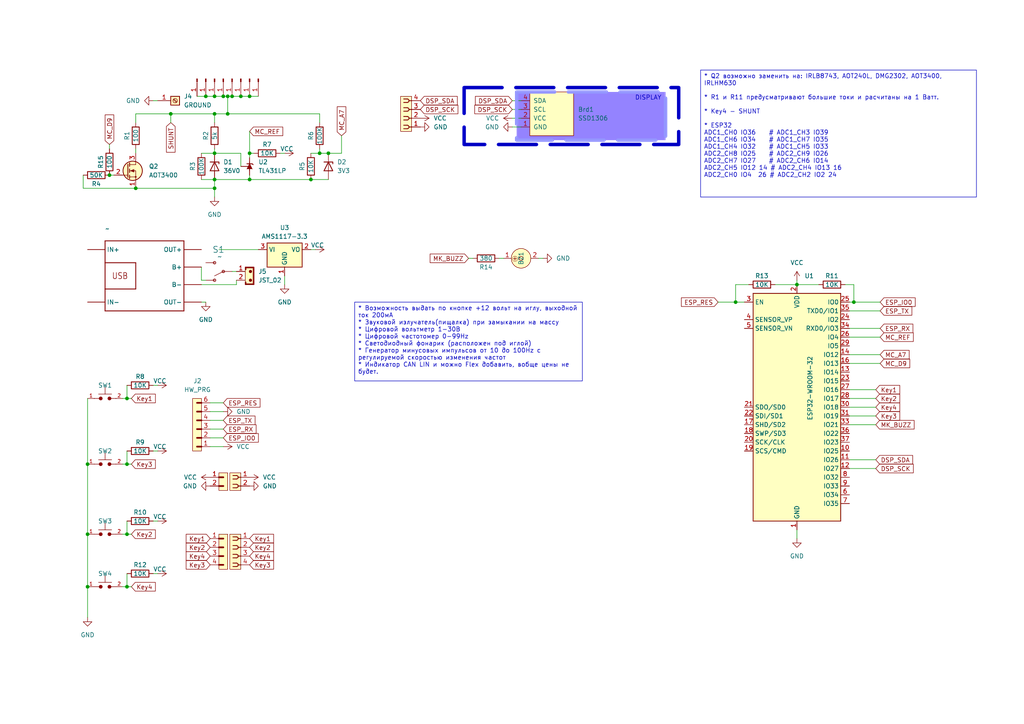
<source format=kicad_sch>
(kicad_sch (version 20230121) (generator eeschema)
  (paper "A4")
  (title_block (title "Control tool for car") (company "@Manyjack, @svdpfaf"))
  (lib_symbols
    (symbol "Connector:Conn_01x01_Pin" (pin_names (offset 1.016) hide)
      (property "Reference" "J" (at 0 2.54 0))
      (property "Value" "Conn_01x01_Pin" (at 0 -2.54 0))
      (symbol "Conn_01x01_Pin_1_1"
        (polyline (pts (xy 1.27 0) (xy 0.8636 0)) (stroke (width 0.1524)))
        (rectangle (start 0.8636 0.127) (end 0 -0.127) (stroke (width 0.1524)) (fill (type outline)))
        (pin passive line (at 5.08 0 180) (length 3.81) (name "Pin_1") (number "1"))
      )
    )
    (symbol "Connector:Screw_Terminal_01x01" (pin_names (offset 1.016) hide)
      (property "Reference" "J" (at 0 2.54 0))
      (property "Value" "Screw_Terminal_01x01" (at 0 -2.54 0))
      (symbol "Screw_Terminal_01x01_1_1"
        (rectangle (start -1.27 1.27) (end 1.27 -1.27) (stroke (width 0.254)) (fill (type background)))
        (polyline (pts (xy -0.5334 0.3302) (xy 0.3302 -0.508)) (stroke (width 0.1524)))
        (polyline (pts (xy -0.3556 0.508) (xy 0.508 -0.3302)) (stroke (width 0.1524)))
        (circle (center 0 0) (radius 0.635) (stroke (width 0.1524)))
        (pin passive line (at -5.08 0 0) (length 3.81) (name "Pin_1") (number "1"))
      )
    )
    (symbol "Device:D_Zener" (pin_numbers hide) (pin_names (offset 1.016) hide)
      (property "Reference" "D" (at 0 2.54 0))
      (property "Value" "D_Zener" (at 0 -2.54 0))
      (symbol "D_Zener_0_1"
        (polyline (pts (xy 1.27 0) (xy -1.27 0)))
        (polyline (pts (xy -1.27 -1.27) (xy -1.27 1.27) (xy -0.762 1.27)) (stroke (width 0.254)))
        (polyline (pts (xy 1.27 -1.27) (xy 1.27 1.27) (xy -1.27 0) (xy 1.27 -1.27)) (stroke (width 0.254)))
      )
      (symbol "D_Zener_1_1"
        (pin passive line (at -3.81 0 0) (length 2.54) (name "K") (number "1"))
        (pin passive line (at 3.81 0 180) (length 2.54) (name "A") (number "2"))
      )
    )
    (symbol "Device:R" (pin_numbers hide) (pin_names (offset 0))
      (property "Reference" "R" (at 2.032 0 90))
      (property "Value" "R" (at 0 0 90))
      (symbol "R_0_1"
        (rectangle (start -1.016 -2.54) (end 1.016 2.54) (stroke (width 0.254)))
      )
      (symbol "R_1_1"
        (pin passive line (at 0 3.81 270) (length 1.27) (name "~") (number "1"))
        (pin passive line (at 0 -3.81 90) (length 1.27) (name "~") (number "2"))
      )
    )
    (symbol "Library.kicad_ModuleTP4056:BATTERY-CHARGER-LI-PROT"
      (symbol "BATTERY-CHARGER-LI-PROT_1_0"
        (polyline (pts (xy -12.7 -10.16) (xy -12.7 -3.81)) (stroke (width 0.254)))
        (polyline (pts (xy -12.7 -3.81) (xy -12.7 3.81)) (stroke (width 0.254)))
        (polyline (pts (xy -12.7 3.81) (xy -12.7 10.16)) (stroke (width 0.254)))
        (polyline (pts (xy -12.7 3.81) (xy -3.81 3.81)) (stroke (width 0.254)))
        (polyline (pts (xy -12.7 10.16) (xy 10.16 10.16)) (stroke (width 0.254)))
        (polyline (pts (xy -3.81 -3.81) (xy -12.7 -3.81)) (stroke (width 0.254)))
        (polyline (pts (xy -3.81 3.81) (xy -3.81 -3.81)) (stroke (width 0.254)))
        (polyline (pts (xy 10.16 -10.16) (xy -12.7 -10.16)) (stroke (width 0.254)))
        (polyline (pts (xy 10.16 10.16) (xy 10.16 -10.16)) (stroke (width 0.254)))
        (text "USB" (at -8.382 0 0) (effects (font (size 1.778 1.5113))))
        (pin bidirectional line (at 15.24 2.54 180) (length 5.08) (name "B+") (number "B+"))
        (pin bidirectional line (at 15.24 -2.54 180) (length 5.08) (name "B-") (number "B-"))
        (pin bidirectional line (at -17.78 7.62 0) (length 5.08) (name "IN+") (number "IN+"))
        (pin bidirectional line (at -17.78 -7.62 0) (length 5.08) (name "IN-") (number "IN-"))
        (pin bidirectional line (at 15.24 7.62 180) (length 5.08) (name "OUT+") (number "OUT+"))
        (pin bidirectional line (at 15.24 -7.62 180) (length 5.08) (name "OUT-") (number "OUT-"))
      )
    )
    (symbol "Library.kicad_ModuleTP4056:SWITCH-SPDT-SMD-RIGHT-ANGLE"
      (property "Reference" "S" (at 1.27 3.048 0))
      (symbol "SWITCH-SPDT-SMD-RIGHT-ANGLE_1_0"
        (polyline (pts (xy 0 0) (xy 2.54 1.27)) (stroke (width 0.1524)))
        (polyline (pts (xy 2.54 -2.54) (xy 3.175 -2.54)) (stroke (width 0.127)))
        (polyline (pts (xy 2.54 2.54) (xy 3.175 2.54)) (stroke (width 0.1524)))
        (circle (center 0 0) (radius 0.3592) (stroke (width 0.2032)))
        (circle (center 2.54 -2.54) (radius 0.3592) (stroke (width 0.2032)))
        (circle (center 2.54 2.54) (radius 0.3592) (stroke (width 0.2032)))
        (pin passive line (at 5.08 2.54 180) (length 2.54) (name "O") (number "1"))
        (pin passive line (at -2.54 0 0) (length 2.54) (name "P") (number "2"))
        (pin passive line (at 5.08 -2.54 180) (length 2.54) (name "S") (number "3"))
      )
    )
    (symbol "PCM_SL_Connectors:JST_02"
      (property "Reference" "J" (at 0 7.62 0))
      (property "Value" "JST_02" (at 0 5.08 0))
      (symbol "JST_02_0_1"
        (rectangle (start -1.27 2.54) (end 1.27 -2.54) (fill (type background)))
        (polyline (pts (xy -1.27 -1.778) (xy -1.27 -2.54) (xy 1.27 -2.54) (xy 1.27 -1.778) (xy 1.016 -1.778) (xy 1.016 -2.286) (xy -1.016 -2.286) (xy -1.016 -1.778) (xy -1.27 -1.778)) (fill (type outline)))
        (polyline (pts (xy 1.27 1.778) (xy 1.27 2.54) (xy -1.27 2.54) (xy -1.27 1.778) (xy -1.016 1.778) (xy -1.016 2.286) (xy 1.016 2.286) (xy 1.016 1.778) (xy 1.27 1.778)) (fill (type outline)))
        (circle (center 0.254 -1.27) (radius 0.381) (fill (type outline)))
        (circle (center 0.254 1.27) (radius 0.381) (fill (type outline)))
        (rectangle (start 1.016 1.778) (end 1.27 -1.778) (fill (type outline)))
      )
      (symbol "JST_02_1_1"
        (pin passive line (at -3.81 1.27 0) (length 2.54) (name "") (number "1"))
        (pin passive line (at -3.81 -1.27 0) (length 2.54) (name "") (number "2"))
      )
    )
    (symbol "PCM_SL_Devices:Buzzer_5V"
      (property "Reference" "BZ" (at 0 7.62 0))
      (property "Value" "Buzzer_5V" (at 0 5.08 0))
      (symbol "Buzzer_5V_0_0"
        (circle (center -1.778 -0.127) (radius 0.7405) (stroke (width 0.07)))
        (text "+" (at -1.778 0 0) (effects (font (size 1.27 1.27))))
      )
      (symbol "Buzzer_5V_0_1"
        (circle (center 0 0) (radius 0.568))
        (circle (center 0 0) (radius 2.8398) (fill (type background)))
      )
      (symbol "Buzzer_5V_1_1"
        (pin passive line (at -5.08 0 0) (length 2.2) (name "") (number "1"))
        (pin passive line (at 5.08 0 180) (length 2.2) (name "") (number "2"))
      )
    )
    (symbol "PCM_SL_Devices:Push_Button"
      (property "Reference" "SW" (at 0 6.35 0))
      (property "Value" "Push_Button" (at 0 4.445 0))
      (symbol "Push_Button_0_1"
        (circle (center -1.27 0) (radius 0.4579) (fill (type outline)))
        (polyline (pts (xy -3.175 0) (xy -1.778 0)))
        (polyline (pts (xy -1.905 1.27) (xy 1.905 1.27)))
        (polyline (pts (xy 0 1.27) (xy 0 3.175)))
        (polyline (pts (xy 1.778 0) (xy 3.175 0)))
        (circle (center 1.27 0) (radius 0.4579) (fill (type outline)))
      )
      (symbol "Push_Button_1_1"
        (pin passive line (at -5.08 0 0) (length 2) (name "") (number "1"))
        (pin passive line (at 5.08 0 180) (length 2) (name "") (number "2"))
      )
    )
    (symbol "PCM_SL_Pin_Headers:PINHD_1x2_Female"
      (property "Reference" "J" (at 0 7.62 0))
      (property "Value" "PINHD_1x2_Female" (at 0 5.08 0))
      (symbol "PINHD_1x2_Female_0_1"
        (rectangle (start -1.27 2.54) (end 1.905 -2.54) (fill (type background)))
        (arc (start -0.508 -1.27) (mid -0.3592 -1.6292) (end 0 -1.778) (stroke (width 0.25)))
        (arc (start -0.508 1.27) (mid -0.3592 0.9108) (end 0 0.762) (stroke (width 0.25)))
        (arc (start 0 -0.762) (mid -0.3592 -0.9108) (end -0.508 -1.27) (stroke (width 0.25)))
        (polyline (pts (xy -1.27 -1.27) (xy -0.508 -1.27)) (stroke (width 0.25)))
        (polyline (pts (xy -1.27 1.27) (xy -0.508 1.27)) (stroke (width 0.25)))
        (polyline (pts (xy 0 -1.778) (xy 1.016 -1.778)) (stroke (width 0.25)))
        (polyline (pts (xy 0 -0.762) (xy 1.016 -0.762)) (stroke (width 0.25)))
        (polyline (pts (xy 0 0.762) (xy 1.016 0.762)) (stroke (width 0.25)))
        (polyline (pts (xy 0 1.778) (xy 1.016 1.778)) (stroke (width 0.25)))
        (arc (start 0 1.778) (mid -0.3592 1.6292) (end -0.508 1.27) (stroke (width 0.25)))
      )
      (symbol "PINHD_1x2_Female_1_1"
        (pin passive line (at -3.81 1.27 0) (length 2.54) (name "") (number "1"))
        (pin passive line (at -3.81 -1.27 0) (length 2.54) (name "") (number "2"))
      )
    )
    (symbol "PCM_SL_Pin_Headers:PINHD_1x2_Male"
      (property "Reference" "J" (at 0 6.35 0))
      (property "Value" "PINHD_1x2_Male" (at 0 3.81 0))
      (symbol "PINHD_1x2_Male_0_1"
        (rectangle (start -1.27 2.54) (end 1.27 -2.54) (fill (type background)))
        (polyline (pts (xy -1.27 -1.27) (xy 0 -1.27)) (stroke (width 0.3)))
        (polyline (pts (xy -1.27 -1.27) (xy 0 -1.27)) (stroke (width 0.5)))
        (polyline (pts (xy -1.27 1.27) (xy 0 1.27)) (stroke (width 0.3)))
        (polyline (pts (xy -1.27 1.27) (xy 0 1.27)) (stroke (width 0.5)))
      )
      (symbol "PINHD_1x2_Male_1_1"
        (pin passive line (at -3.81 1.27 0) (length 2.54) (name "") (number "1"))
        (pin passive line (at -3.81 -1.27 0) (length 2.54) (name "") (number "2"))
      )
    )
    (symbol "PCM_SL_Pin_Headers:PINHD_1x4_Female"
      (property "Reference" "J" (at 0 10.16 0))
      (property "Value" "PINHD_1x4_Female" (at 0 7.62 0))
      (symbol "PINHD_1x4_Female_0_1"
        (rectangle (start -1.27 5.08) (end 1.905 -5.08) (fill (type background)))
        (arc (start -0.508 -3.81) (mid -0.3592 -4.1692) (end 0 -4.318) (stroke (width 0.25)))
        (arc (start -0.508 -1.27) (mid -0.3592 -1.6292) (end 0 -1.778) (stroke (width 0.25)))
        (arc (start -0.508 1.27) (mid -0.3592 0.9108) (end 0 0.762) (stroke (width 0.25)))
        (arc (start -0.508 3.81) (mid -0.3592 3.4508) (end 0 3.302) (stroke (width 0.25)))
        (arc (start 0 -3.302) (mid -0.3592 -3.4508) (end -0.508 -3.81) (stroke (width 0.25)))
        (arc (start 0 -0.762) (mid -0.3592 -0.9108) (end -0.508 -1.27) (stroke (width 0.25)))
        (polyline (pts (xy -1.27 -3.81) (xy -0.508 -3.81)) (stroke (width 0.25)))
        (polyline (pts (xy -1.27 -1.27) (xy -0.508 -1.27)) (stroke (width 0.25)))
        (polyline (pts (xy -1.27 1.27) (xy -0.508 1.27)) (stroke (width 0.25)))
        (polyline (pts (xy -1.27 3.81) (xy -0.508 3.81)) (stroke (width 0.25)))
        (polyline (pts (xy 0 -4.318) (xy 1.016 -4.318)) (stroke (width 0.25)))
        (polyline (pts (xy 0 -3.302) (xy 1.016 -3.302)) (stroke (width 0.25)))
        (polyline (pts (xy 0 -1.778) (xy 1.016 -1.778)) (stroke (width 0.25)))
        (polyline (pts (xy 0 -0.762) (xy 1.016 -0.762)) (stroke (width 0.25)))
        (polyline (pts (xy 0 0.762) (xy 1.016 0.762)) (stroke (width 0.25)))
        (polyline (pts (xy 0 1.778) (xy 1.016 1.778)) (stroke (width 0.25)))
        (polyline (pts (xy 0 3.302) (xy 1.016 3.302)) (stroke (width 0.25)))
        (polyline (pts (xy 0 4.318) (xy 1.016 4.318)) (stroke (width 0.25)))
        (arc (start 0 1.778) (mid -0.3592 1.6292) (end -0.508 1.27) (stroke (width 0.25)))
        (arc (start 0 4.318) (mid -0.3592 4.1692) (end -0.508 3.81) (stroke (width 0.25)))
      )
      (symbol "PINHD_1x4_Female_1_1"
        (pin passive line (at -3.81 3.81 0) (length 2.54) (name "") (number "1"))
        (pin passive line (at -3.81 1.27 0) (length 2.54) (name "") (number "2"))
        (pin passive line (at -3.81 -1.27 0) (length 2.54) (name "") (number "3"))
        (pin passive line (at -3.81 -3.81 0) (length 2.54) (name "") (number "4"))
      )
    )
    (symbol "PCM_SL_Pin_Headers:PINHD_1x4_Male"
      (property "Reference" "J" (at 0 8.89 0))
      (property "Value" "PINHD_1x4_Male" (at 0 6.35 0))
      (symbol "PINHD_1x4_Male_0_1"
        (rectangle (start -1.27 5.08) (end 1.27 -5.08) (fill (type background)))
        (polyline (pts (xy -1.27 -3.81) (xy 0 -3.81)) (stroke (width 0.3)))
        (polyline (pts (xy -1.27 -3.81) (xy 0 -3.81)) (stroke (width 0.5)))
        (polyline (pts (xy -1.27 -1.27) (xy 0 -1.27)) (stroke (width 0.3)))
        (polyline (pts (xy -1.27 -1.27) (xy 0 -1.27)) (stroke (width 0.5)))
        (polyline (pts (xy -1.27 1.27) (xy 0 1.27)) (stroke (width 0.3)))
        (polyline (pts (xy -1.27 1.27) (xy 0 1.27)) (stroke (width 0.5)))
        (polyline (pts (xy -1.27 3.81) (xy 0 3.81)) (stroke (width 0.3)))
        (polyline (pts (xy -1.27 3.81) (xy 0 3.81)) (stroke (width 0.5)))
      )
      (symbol "PINHD_1x4_Male_1_1"
        (pin passive line (at -3.81 3.81 0) (length 2.54) (name "") (number "1"))
        (pin passive line (at -3.81 1.27 0) (length 2.54) (name "") (number "2"))
        (pin passive line (at -3.81 -1.27 0) (length 2.54) (name "") (number "3"))
        (pin passive line (at -3.81 -3.81 0) (length 2.54) (name "") (number "4"))
      )
    )
    (symbol "PCM_SL_Pin_Headers:PINHD_1x6_Male"
      (property "Reference" "J" (at 0 11.43 0))
      (property "Value" "PINHD_1x6_Male" (at 0 8.89 0))
      (symbol "PINHD_1x6_Male_0_1"
        (rectangle (start -1.27 7.62) (end 1.27 -7.62) (fill (type background)))
        (polyline (pts (xy -1.27 -6.35) (xy 0 -6.35)) (stroke (width 0.3)))
        (polyline (pts (xy -1.27 -6.35) (xy 0 -6.35)) (stroke (width 0.5)))
        (polyline (pts (xy -1.27 -3.81) (xy 0 -3.81)) (stroke (width 0.3)))
        (polyline (pts (xy -1.27 -3.81) (xy 0 -3.81)) (stroke (width 0.5)))
        (polyline (pts (xy -1.27 -1.27) (xy 0 -1.27)) (stroke (width 0.3)))
        (polyline (pts (xy -1.27 -1.27) (xy 0 -1.27)) (stroke (width 0.5)))
        (polyline (pts (xy -1.27 1.27) (xy 0 1.27)) (stroke (width 0.3)))
        (polyline (pts (xy -1.27 1.27) (xy 0 1.27)) (stroke (width 0.5)))
        (polyline (pts (xy -1.27 3.81) (xy 0 3.81)) (stroke (width 0.3)))
        (polyline (pts (xy -1.27 3.81) (xy 0 3.81)) (stroke (width 0.5)))
        (polyline (pts (xy -1.27 6.35) (xy 0 6.35)) (stroke (width 0.3)))
        (polyline (pts (xy -1.27 6.35) (xy 0 6.35)) (stroke (width 0.5)))
      )
      (symbol "PINHD_1x6_Male_1_1"
        (pin passive line (at -3.81 6.35 0) (length 2.54) (name "") (number "1"))
        (pin passive line (at -3.81 3.81 0) (length 2.54) (name "") (number "2"))
        (pin passive line (at -3.81 1.27 0) (length 2.54) (name "") (number "3"))
        (pin passive line (at -3.81 -1.27 0) (length 2.54) (name "") (number "4"))
        (pin passive line (at -3.81 -3.81 0) (length 2.54) (name "") (number "5"))
        (pin passive line (at -3.81 -6.35 0) (length 2.54) (name "") (number "6"))
      )
    )
    (symbol "PCM_Transistor_MOSFET_AKL:2N7000" (pin_names hide)
      (property "Reference" "Q" (at 5.08 1.27 0))
      (property "Value" "2N7000" (at 5.08 -1.27 0))
      (symbol "2N7000_0_1"
        (polyline (pts (xy 0.254 -1.27) (xy -2.54 -1.27)))
        (polyline (pts (xy 0.254 1.905) (xy 0.254 -1.905)) (stroke (width 0.254)))
        (polyline (pts (xy 0.762 -1.778) (xy 2.54 -1.778)))
        (polyline (pts (xy 0.762 -1.27) (xy 0.762 -2.286)) (stroke (width 0.254)))
        (polyline (pts (xy 0.762 0.508) (xy 0.762 -0.508)) (stroke (width 0.254)))
        (polyline (pts (xy 0.762 2.286) (xy 0.762 1.27)) (stroke (width 0.254)))
        (polyline (pts (xy 2.54 1.778) (xy 0.762 1.778)))
        (polyline (pts (xy 2.54 2.54) (xy 2.54 1.778)))
        (polyline (pts (xy 2.54 -2.54) (xy 2.54 0) (xy 0.762 0)))
        (polyline (pts (xy 1.016 0) (xy 2.032 0.381) (xy 2.032 -0.381) (xy 1.016 0)) (fill (type outline)))
        (circle (center 1.651 0) (radius 2.794) (stroke (width 0.254)) (fill (type background)))
        (circle (center 2.54 -1.778) (radius 0.1778) (fill (type outline)))
      )
      (symbol "2N7000_1_1"
        (pin passive line (at 2.54 -5.08 90) (length 2.54) (name "S") (number "1"))
        (pin input line (at -3.81 -1.27 0) (length 2.54) (name "G") (number "2"))
        (pin passive line (at 2.54 5.08 270) (length 2.54) (name "D") (number "3"))
      )
    )
    (symbol "RF_Module:ESP32-WROOM-32"
      (property "Reference" "U" (at -12.7 34.29 0))
      (property "Value" "ESP32-WROOM-32" (at 1.27 34.29 0))
      (symbol "ESP32-WROOM-32_0_1"
        (rectangle (start -12.7 33.02) (end 12.7 -33.02) (stroke (width 0.254)) (fill (type background)))
      )
      (symbol "ESP32-WROOM-32_1_1"
        (pin power_in line (at 0 -35.56 90) (length 2.54) (name "GND") (number "1"))
        (pin bidirectional line (at 15.24 -12.7 180) (length 2.54) (name "IO25") (number "10"))
        (pin bidirectional line (at 15.24 -15.24 180) (length 2.54) (name "IO26") (number "11"))
        (pin bidirectional line (at 15.24 -17.78 180) (length 2.54) (name "IO27") (number "12"))
        (pin bidirectional line (at 15.24 10.16 180) (length 2.54) (name "IO14") (number "13"))
        (pin bidirectional line (at 15.24 15.24 180) (length 2.54) (name "IO12") (number "14"))
        (pin passive line (at 0 -35.56 90) (length 2.54) hide (name "GND") (number "15"))
        (pin bidirectional line (at 15.24 12.7 180) (length 2.54) (name "IO13") (number "16"))
        (pin bidirectional line (at -15.24 -5.08 0) (length 2.54) (name "SHD/SD2") (number "17"))
        (pin bidirectional line (at -15.24 -7.62 0) (length 2.54) (name "SWP/SD3") (number "18"))
        (pin bidirectional line (at -15.24 -12.7 0) (length 2.54) (name "SCS/CMD") (number "19"))
        (pin power_in line (at 0 35.56 270) (length 2.54) (name "VDD") (number "2"))
        (pin bidirectional line (at -15.24 -10.16 0) (length 2.54) (name "SCK/CLK") (number "20"))
        (pin bidirectional line (at -15.24 0 0) (length 2.54) (name "SDO/SD0") (number "21"))
        (pin bidirectional line (at -15.24 -2.54 0) (length 2.54) (name "SDI/SD1") (number "22"))
        (pin bidirectional line (at 15.24 7.62 180) (length 2.54) (name "IO15") (number "23"))
        (pin bidirectional line (at 15.24 25.4 180) (length 2.54) (name "IO2") (number "24"))
        (pin bidirectional line (at 15.24 30.48 180) (length 2.54) (name "IO0") (number "25"))
        (pin bidirectional line (at 15.24 20.32 180) (length 2.54) (name "IO4") (number "26"))
        (pin bidirectional line (at 15.24 5.08 180) (length 2.54) (name "IO16") (number "27"))
        (pin bidirectional line (at 15.24 2.54 180) (length 2.54) (name "IO17") (number "28"))
        (pin bidirectional line (at 15.24 17.78 180) (length 2.54) (name "IO5") (number "29"))
        (pin input line (at -15.24 30.48 0) (length 2.54) (name "EN") (number "3"))
        (pin bidirectional line (at 15.24 0 180) (length 2.54) (name "IO18") (number "30"))
        (pin bidirectional line (at 15.24 -2.54 180) (length 2.54) (name "IO19") (number "31"))
        (pin no_connect line (at -12.7 -27.94 0) (length 2.54) hide (name "NC") (number "32"))
        (pin bidirectional line (at 15.24 -5.08 180) (length 2.54) (name "IO21") (number "33"))
        (pin bidirectional line (at 15.24 22.86 180) (length 2.54) (name "RXD0/IO3") (number "34"))
        (pin bidirectional line (at 15.24 27.94 180) (length 2.54) (name "TXD0/IO1") (number "35"))
        (pin bidirectional line (at 15.24 -7.62 180) (length 2.54) (name "IO22") (number "36"))
        (pin bidirectional line (at 15.24 -10.16 180) (length 2.54) (name "IO23") (number "37"))
        (pin passive line (at 0 -35.56 90) (length 2.54) hide (name "GND") (number "38"))
        (pin passive line (at 0 -35.56 90) (length 2.54) hide (name "GND") (number "39"))
        (pin input line (at -15.24 25.4 0) (length 2.54) (name "SENSOR_VP") (number "4"))
        (pin input line (at -15.24 22.86 0) (length 2.54) (name "SENSOR_VN") (number "5"))
        (pin input line (at 15.24 -25.4 180) (length 2.54) (name "IO34") (number "6"))
        (pin input line (at 15.24 -27.94 180) (length 2.54) (name "IO35") (number "7"))
        (pin bidirectional line (at 15.24 -20.32 180) (length 2.54) (name "IO32") (number "8"))
        (pin bidirectional line (at 15.24 -22.86 180) (length 2.54) (name "IO33") (number "9"))
      )
    )
    (symbol "Reference_Voltage:TL431LP" (pin_numbers hide) (pin_names hide)
      (property "Reference" "U" (at -2.54 2.54 0))
      (property "Value" "TL431LP" (at 0 -2.54 0))
      (symbol "TL431LP_0_1"
        (polyline (pts (xy -1.27 0) (xy 0 0) (xy 1.27 0)))
        (polyline (pts (xy -0.762 0.762) (xy 0.762 0) (xy -0.762 -0.762)) (fill (type outline)))
        (polyline (pts (xy 0.508 -1.016) (xy 0.762 -0.762) (xy 0.762 0.762) (xy 0.762 0.762)) (stroke (width 0.254)))
      )
      (symbol "TL431LP_1_1"
        (pin passive line (at 0 2.54 270) (length 2.54) (name "REF") (number "1"))
        (pin passive line (at -2.54 0 0) (length 2.54) (name "A") (number "2"))
        (pin passive line (at 2.54 0 180) (length 2.54) (name "K") (number "3"))
      )
    )
    (symbol "Regulator_Linear:AMS1117-3.3"
      (property "Reference" "U" (at -3.81 3.175 0))
      (property "Value" "AMS1117-3.3" (at 0 3.175 0))
      (symbol "AMS1117-3.3_0_1"
        (rectangle (start -5.08 -5.08) (end 5.08 1.905) (stroke (width 0.254)) (fill (type background)))
      )
      (symbol "AMS1117-3.3_1_1"
        (pin power_in line (at 0 -7.62 90) (length 2.54) (name "GND") (number "1"))
        (pin power_out line (at 7.62 0 180) (length 2.54) (name "VO") (number "2"))
        (pin power_in line (at -7.62 0 0) (length 2.54) (name "VI") (number "3"))
      )
    )
    (symbol "SSD1306-128x64_OLED:SSD1306" (pin_names (offset 1.016))
      (property "Reference" "Brd" (at 0 -3.81 0))
      (property "Value" "SSD1306" (at 0 -1.27 0))
      (symbol "SSD1306_0_1"
        (rectangle (start -6.35 6.35) (end 6.35 -6.35) (fill (type background)))
      )
      (symbol "SSD1306_1_1"
        (pin input line (at -3.81 8.89 270) (length 2.54) (name "GND") (number "1"))
        (pin input line (at -1.27 8.89 270) (length 2.54) (name "VCC") (number "2"))
        (pin input line (at 1.27 8.89 270) (length 2.54) (name "SCL") (number "3"))
        (pin input line (at 3.81 8.89 270) (length 2.54) (name "SDA") (number "4"))
      )
    )
    (symbol "power:GND" (power) (pin_names (offset 0))
      (property "Value" "GND" (at 0 -3.81 0))
      (symbol "GND_0_1"
        (polyline (pts (xy 0 0) (xy 0 -1.27) (xy 1.27 -1.27) (xy 0 -2.54) (xy -1.27 -1.27) (xy 0 -1.27)))
      )
      (symbol "GND_1_1"
        (pin power_in line (at 0 0 270) (length 0) hide (name "GND") (number "1"))
      )
    )
    (symbol "power:VCC" (power) (pin_names (offset 0))
      (property "Value" "VCC" (at 0 3.81 0))
      (symbol "VCC_0_1"
        (polyline (pts (xy -0.762 1.27) (xy 0 2.54)))
        (polyline (pts (xy 0 0) (xy 0 2.54)))
        (polyline (pts (xy 0 2.54) (xy 0.762 1.27)))
      )
      (symbol "VCC_1_1"
        (pin power_in line (at 0 0 90) (length 0) hide (name "VCC") (number "1"))
      )
    )
  )
  (junction (at 247.65 87.63))
  (junction (at 62.23 52.07))
  (junction (at 72.39 44.45))
  (junction (at 36.83 115.57))
  (junction (at 90.17 52.07))
  (junction (at 213.36 87.63))
  (junction (at 72.39 27.94))
  (junction (at 59.69 27.94))
  (junction (at 66.04 33.02))
  (junction (at 72.39 52.07))
  (junction (at 25.4 134.62))
  (junction (at 62.23 33.02))
  (junction (at 25.4 170.18))
  (junction (at 36.83 170.18))
  (junction (at 31.75 50.8))
  (junction (at 39.37 54.61))
  (junction (at 49.53 33.02))
  (junction (at 36.83 154.94))
  (junction (at 231.14 82.55))
  (junction (at 69.85 27.94))
  (junction (at 62.23 54.61))
  (junction (at 62.23 27.94))
  (junction (at 92.71 44.45))
  (junction (at 36.83 134.62))
  (junction (at 25.4 154.94))
  (junction (at 67.31 27.94))
  (junction (at 95.25 44.45))
  (junction (at 64.77 27.94))
  (junction (at 62.23 44.45))
  (junction (at 66.04 27.94))
  (wire (pts (xy 231.14 153.67) (xy 231.14 156.21)))
  (wire (pts (xy 72.39 27.94) (xy 74.93 27.94)))
  (wire (pts (xy 66.04 33.02) (xy 62.23 33.02)))
  (wire (pts (xy 90.17 52.07) (xy 95.25 52.07)))
  (wire (pts (xy 72.39 44.45) (xy 72.39 45.72)))
  (wire (pts (xy 135.89 74.93) (xy 137.16 74.93)))
  (wire (pts (xy 36.83 115.57) (xy 38.1 115.57)))
  (wire (pts (xy 92.71 43.18) (xy 92.71 44.45)))
  (wire (pts (xy 67.31 27.94) (xy 69.85 27.94)))
  (wire (pts (xy 148.59 31.75) (xy 151.13 31.75)))
  (wire (pts (xy 246.38 113.03) (xy 254 113.03)))
  (wire (pts (xy 69.85 27.94) (xy 72.39 27.94)))
  (wire (pts (xy 60.96 129.54) (xy 64.77 129.54)))
  (wire (pts (xy 62.23 43.18) (xy 62.23 44.45)))
  (wire (pts (xy 95.25 44.45) (xy 99.06 44.45)))
  (wire (pts (xy 35.56 115.57) (xy 36.83 115.57)))
  (wire (pts (xy 36.83 130.81) (xy 36.83 134.62)))
  (wire (pts (xy 72.39 38.1) (xy 72.39 44.45)))
  (wire (pts (xy 62.23 52.07) (xy 72.39 52.07)))
  (wire (pts (xy 245.11 82.55) (xy 247.65 82.55)))
  (wire (pts (xy 90.17 72.39) (xy 91.44 72.39)))
  (wire (pts (xy 246.38 123.19) (xy 254 123.19)))
  (wire (pts (xy 144.78 74.93) (xy 146.05 74.93)))
  (wire (pts (xy 224.79 82.55) (xy 231.14 82.55)))
  (wire (pts (xy 148.59 34.29) (xy 151.13 34.29)))
  (wire (pts (xy 231.14 82.55) (xy 237.49 82.55)))
  (wire (pts (xy 44.45 151.13) (xy 45.72 151.13)))
  (wire (pts (xy 67.31 78.74) (xy 68.58 78.74)))
  (wire (pts (xy 58.42 77.47) (xy 58.42 81.28)))
  (wire (pts (xy 58.42 87.63) (xy 59.69 87.63)))
  (wire (pts (xy 36.83 111.76) (xy 36.83 115.57)))
  (wire (pts (xy 31.75 41.91) (xy 31.75 43.18)))
  (wire (pts (xy 60.96 121.92) (xy 64.77 121.92)))
  (wire (pts (xy 44.45 111.76) (xy 45.72 111.76)))
  (wire (pts (xy 62.23 27.94) (xy 64.77 27.94)))
  (wire (pts (xy 231.14 81.28) (xy 231.14 82.55)))
  (wire (pts (xy 49.53 33.02) (xy 49.53 35.56)))
  (wire (pts (xy 62.23 33.02) (xy 62.23 35.56)))
  (wire (pts (xy 35.56 134.62) (xy 36.83 134.62)))
  (wire (pts (xy 246.38 90.17) (xy 255.27 90.17)))
  (wire (pts (xy 60.96 124.46) (xy 64.77 124.46)))
  (wire (pts (xy 92.71 44.45) (xy 95.25 44.45)))
  (wire (pts (xy 148.59 29.21) (xy 151.13 29.21)))
  (wire (pts (xy 92.71 35.56) (xy 92.71 33.02)))
  (wire (pts (xy 72.39 52.07) (xy 90.17 52.07)))
  (wire (pts (xy 44.45 166.37) (xy 45.72 166.37)))
  (wire (pts (xy 66.04 27.94) (xy 66.04 33.02)))
  (wire (pts (xy 24.13 54.61) (xy 39.37 54.61)))
  (wire (pts (xy 90.17 44.45) (xy 92.71 44.45)))
  (wire (pts (xy 246.38 135.89) (xy 254 135.89)))
  (wire (pts (xy 68.58 82.55) (xy 68.58 81.28)))
  (wire (pts (xy 36.83 134.62) (xy 38.1 134.62)))
  (wire (pts (xy 59.69 27.94) (xy 62.23 27.94)))
  (wire (pts (xy 62.23 54.61) (xy 62.23 57.15)))
  (wire (pts (xy 44.45 29.21) (xy 45.72 29.21)))
  (wire (pts (xy 69.85 48.26) (xy 69.85 44.45)))
  (wire (pts (xy 246.38 133.35) (xy 254 133.35)))
  (wire (pts (xy 39.37 43.18) (xy 39.37 44.45)))
  (wire (pts (xy 246.38 105.41) (xy 255.27 105.41)))
  (wire (pts (xy 60.96 116.84) (xy 64.77 116.84)))
  (wire (pts (xy 39.37 35.56) (xy 39.37 33.02)))
  (wire (pts (xy 66.04 27.94) (xy 67.31 27.94)))
  (wire (pts (xy 25.4 170.18) (xy 25.4 179.07)))
  (wire (pts (xy 39.37 54.61) (xy 62.23 54.61)))
  (wire (pts (xy 72.39 44.45) (xy 73.66 44.45)))
  (wire (pts (xy 35.56 154.94) (xy 36.83 154.94)))
  (wire (pts (xy 25.4 154.94) (xy 25.4 170.18)))
  (wire (pts (xy 58.42 82.55) (xy 68.58 82.55)))
  (wire (pts (xy 213.36 82.55) (xy 213.36 87.63)))
  (wire (pts (xy 246.38 87.63) (xy 247.65 87.63)))
  (wire (pts (xy 246.38 120.65) (xy 254 120.65)))
  (wire (pts (xy 44.45 130.81) (xy 45.72 130.81)))
  (wire (pts (xy 246.38 95.25) (xy 255.27 95.25)))
  (wire (pts (xy 246.38 97.79) (xy 255.27 97.79)))
  (wire (pts (xy 31.75 50.8) (xy 33.02 50.8)))
  (wire (pts (xy 39.37 33.02) (xy 49.53 33.02)))
  (wire (pts (xy 72.39 50.8) (xy 72.39 52.07)))
  (wire (pts (xy 62.23 44.45) (xy 69.85 44.45)))
  (wire (pts (xy 92.71 33.02) (xy 66.04 33.02)))
  (wire (pts (xy 213.36 87.63) (xy 215.9 87.63)))
  (wire (pts (xy 25.4 134.62) (xy 25.4 154.94)))
  (wire (pts (xy 217.17 82.55) (xy 213.36 82.55)))
  (wire (pts (xy 99.06 39.37) (xy 99.06 44.45)))
  (wire (pts (xy 148.59 36.83) (xy 151.13 36.83)))
  (wire (pts (xy 58.42 52.07) (xy 62.23 52.07)))
  (wire (pts (xy 25.4 115.57) (xy 25.4 134.62)))
  (wire (pts (xy 82.55 80.01) (xy 82.55 82.55)))
  (wire (pts (xy 57.15 27.94) (xy 59.69 27.94)))
  (wire (pts (xy 24.13 50.8) (xy 24.13 54.61)))
  (wire (pts (xy 246.38 118.11) (xy 254 118.11)))
  (wire (pts (xy 36.83 154.94) (xy 38.1 154.94)))
  (wire (pts (xy 156.21 74.93) (xy 157.48 74.93)))
  (wire (pts (xy 63.5 72.39) (xy 74.93 72.39)))
  (wire (pts (xy 247.65 87.63) (xy 255.27 87.63)))
  (wire (pts (xy 64.77 27.94) (xy 66.04 27.94)))
  (wire (pts (xy 208.28 87.63) (xy 213.36 87.63)))
  (wire (pts (xy 58.42 44.45) (xy 62.23 44.45)))
  (wire (pts (xy 60.96 119.38) (xy 64.77 119.38)))
  (wire (pts (xy 35.56 170.18) (xy 36.83 170.18)))
  (wire (pts (xy 247.65 82.55) (xy 247.65 87.63)))
  (wire (pts (xy 62.23 52.07) (xy 62.23 54.61)))
  (wire (pts (xy 246.38 102.87) (xy 255.27 102.87)))
  (wire (pts (xy 36.83 151.13) (xy 36.83 154.94)))
  (wire (pts (xy 36.83 166.37) (xy 36.83 170.18)))
  (wire (pts (xy 246.38 115.57) (xy 254 115.57)))
  (wire (pts (xy 58.42 81.28) (xy 59.69 81.28)))
  (wire (pts (xy 60.96 127) (xy 64.77 127)))
  (wire (pts (xy 49.53 33.02) (xy 62.23 33.02)))
  (wire (pts (xy 36.83 170.18) (xy 38.1 170.18)))
  (wire (pts (xy 81.28 44.45) (xy 82.55 44.45)))
  (rectangle (start 149.86 26.67) (end 193.04 40.64) (stroke (width 1) (type dash) (color 148 150 255 1)) (fill (type color) (color 148 131 255 1)))
  (rectangle (start 134.62 25.4) (end 196.85 41.91) (stroke (width 1) (type dash)))
  (text_box "* Возможность выдать по кнопке +12 вольт на иглу, выходной ток 200мА \n* Звуковой излучатель(пищалка) при замыкании на массу \n* Цифровой вольтметр 1-30В \n* Цифровой частотомер 0-99Hz  \n* Светодиодный фонарик (расположен под иглой) \n* Генератор минусовых импульсов от 10 до 100Hz с регулируемой скоростью изменения частот\n* Индикатор CAN LIN и можно Flex добавить, вобще цены не будет." (at 102.87 87.63 0) (size 66.04 22.86) (effects (font (size 1.27 1.27)) (justify left top)))
  (text_box "* Q2 возможно заменить на: IRLB8743, AOT240L, DMG2302, AOT3400, IRLHM630\n\n* R1 и R11 предусматривают большие токи и расчитаны на 1 Ватт.\n\n* Key4 - SHUNT\n\n* ESP32\nADC1_CH0 IO36    # ADC1_CH3 IO39 \nADC1_CH6 IO34    # ADC1_CH7 IO35\nADC1_CH4 IO32    # ADC1_CH5 IO33 \nADC2_CH8 IO25    # ADC2_CH9 IO26\nADC2_CH7 IO27    # ADC2_CH6 IO14 \nADC2_CH5 IO12 14 # ADC2_CH4 IO13 16\nADC2_CH0 IO4  26 # ADC2_CH2 IO2 24 \n\n" (at 203.2 20.32 0) (size 80.01 36.83) (effects (font (size 1.27 1.27)) (justify left top)))
  (text "DISPLAY" (at 184.15 29.21 0) (effects (font (size 1.27 1.27)) (justify left bottom)))
  (global_label "ESP_IO0" (shape input) (at 255.27 87.63 0) (property "Intersheetrefs" "${INTERSHEET_REFS}" (effects hide)))
  (global_label "ESP_TX" (shape input) (at 255.27 90.17 0) (property "Intersheetrefs" "${INTERSHEET_REFS}" (effects hide)))
  (global_label "Key1" (shape input) (at 38.1 115.57 0) (property "Intersheetrefs" "${INTERSHEET_REFS}" (effects hide)))
  (global_label "MC_REF" (shape input) (at 72.39 38.1 0) (property "Intersheetrefs" "${INTERSHEET_REFS}" (effects hide)))
  (global_label "ESP_RX" (shape input) (at 255.27 95.25 0) (property "Intersheetrefs" "${INTERSHEET_REFS}" (effects hide)))
  (global_label "MC_A7" (shape input) (at 255.27 102.87 0) (property "Intersheetrefs" "${INTERSHEET_REFS}" (effects hide)))
  (global_label "Key2" (shape input) (at 72.39 158.75 0) (property "Intersheetrefs" "${INTERSHEET_REFS}" (effects hide)))
  (global_label "Key3" (shape input) (at 60.96 163.83 180) (property "Intersheetrefs" "${INTERSHEET_REFS}" (effects hide)))
  (global_label "Key4" (shape input) (at 38.1 170.18 0) (property "Intersheetrefs" "${INTERSHEET_REFS}" (effects hide)))
  (global_label "MK_BUZZ" (shape input) (at 254 123.19 0) (property "Intersheetrefs" "${INTERSHEET_REFS}" (effects hide)))
  (global_label "DSP_SCK" (shape input) (at 254 135.89 0) (property "Intersheetrefs" "${INTERSHEET_REFS}" (effects hide)))
  (global_label "ESP_RES" (shape input) (at 208.28 87.63 180) (property "Intersheetrefs" "${INTERSHEET_REFS}" (effects hide)))
  (global_label "DSP_SCK" (shape input) (at 121.92 31.75 0) (property "Intersheetrefs" "${INTERSHEET_REFS}" (effects hide)))
  (global_label "ESP_IO0" (shape input) (at 64.77 127 0) (property "Intersheetrefs" "${INTERSHEET_REFS}" (effects hide)))
  (global_label "DSP_SDA" (shape input) (at 121.92 29.21 0) (property "Intersheetrefs" "${INTERSHEET_REFS}" (effects hide)))
  (global_label "Key2" (shape input) (at 60.96 158.75 180) (property "Intersheetrefs" "${INTERSHEET_REFS}" (effects hide)))
  (global_label "Key3" (shape input) (at 72.39 163.83 0) (property "Intersheetrefs" "${INTERSHEET_REFS}" (effects hide)))
  (global_label "Key1" (shape input) (at 60.96 156.21 180) (property "Intersheetrefs" "${INTERSHEET_REFS}" (effects hide)))
  (global_label "Key1" (shape input) (at 72.39 156.21 0) (property "Intersheetrefs" "${INTERSHEET_REFS}" (effects hide)))
  (global_label "Key4" (shape input) (at 254 118.11 0) (property "Intersheetrefs" "${INTERSHEET_REFS}" (effects hide)))
  (global_label "Key4" (shape input) (at 72.39 161.29 0) (property "Intersheetrefs" "${INTERSHEET_REFS}" (effects hide)))
  (global_label "Key2" (shape input) (at 38.1 154.94 0) (property "Intersheetrefs" "${INTERSHEET_REFS}" (effects hide)))
  (global_label "Key3" (shape input) (at 38.1 134.62 0) (property "Intersheetrefs" "${INTERSHEET_REFS}" (effects hide)))
  (global_label "MC_REF" (shape input) (at 255.27 97.79 0) (property "Intersheetrefs" "${INTERSHEET_REFS}" (effects hide)))
  (global_label "MC_D9" (shape input) (at 31.75 41.91 90) (property "Intersheetrefs" "${INTERSHEET_REFS}" (effects hide)))
  (global_label "ESP_RES" (shape input) (at 64.77 116.84 0) (property "Intersheetrefs" "${INTERSHEET_REFS}" (effects hide)))
  (global_label "SHUNT" (shape input) (at 49.53 35.56 270) (property "Intersheetrefs" "${INTERSHEET_REFS}" (effects hide)))
  (global_label "DSP_SDA" (shape input) (at 254 133.35 0) (property "Intersheetrefs" "${INTERSHEET_REFS}" (effects hide)))
  (global_label "MC_D9" (shape input) (at 255.27 105.41 0) (property "Intersheetrefs" "${INTERSHEET_REFS}" (effects hide)))
  (global_label "Key3" (shape input) (at 254 120.65 0) (property "Intersheetrefs" "${INTERSHEET_REFS}" (effects hide)))
  (global_label "Key4" (shape input) (at 60.96 161.29 180) (property "Intersheetrefs" "${INTERSHEET_REFS}" (effects hide)))
  (global_label "MC_A7" (shape input) (at 99.06 39.37 90) (property "Intersheetrefs" "${INTERSHEET_REFS}" (effects hide)))
  (global_label "MK_BUZZ" (shape input) (at 135.89 74.93 180) (property "Intersheetrefs" "${INTERSHEET_REFS}" (effects hide)))
  (global_label "Key2" (shape input) (at 254 115.57 0) (property "Intersheetrefs" "${INTERSHEET_REFS}" (effects hide)))
  (global_label "DSP_SCK" (shape input) (at 148.59 31.75 180) (property "Intersheetrefs" "${INTERSHEET_REFS}" (effects hide)))
  (global_label "ESP_TX" (shape input) (at 64.77 121.92 0) (property "Intersheetrefs" "${INTERSHEET_REFS}" (effects hide)))
  (global_label "DSP_SDA" (shape input) (at 148.59 29.21 180) (property "Intersheetrefs" "${INTERSHEET_REFS}" (effects hide)))
  (global_label "Key1" (shape input) (at 254 113.03 0) (property "Intersheetrefs" "${INTERSHEET_REFS}" (effects hide)))
  (global_label "ESP_RX" (shape input) (at 64.77 124.46 0) (property "Intersheetrefs" "${INTERSHEET_REFS}" (effects hide)))
  (symbol (lib_id "Connector:Conn_01x01_Pin") (at 67.31 22.86 270) (unit 1)
    (property "Reference" "J6" (effects hide))
    (property "Value" "Conn_01x01_Pin" (effects hide))
    (property "Footprint" "Connector_PinSocket_2.54mm:PinSocket_1x01_P2.54mm_Vertical" (effects hide))
  )
  (symbol (lib_id "power:GND") (at 72.39 140.97 90) (unit 1)
    (property "Reference" "#PWR023" (effects hide))
    (property "Value" "GND" (at 76.2 140.97 90) (effects (justify right)))
  )
  (symbol (lib_id "power:GND") (at 59.69 87.63 0) (unit 1)
    (property "Reference" "#PWR014" (effects hide))
    (property "Value" "GND" (at 59.69 92.71 0))
  )
  (symbol (lib_id "power:GND") (at 231.14 156.21 0) (unit 1)
    (property "Reference" "#PWR05" (effects hide))
    (property "Value" "GND" (at 231.14 161.29 0))
  )
  (symbol (lib_id "Device:R") (at 241.3 82.55 270) (unit 1)
    (property "Reference" "R11" (at 241.3 80.01 90))
    (property "Value" "10K" (at 241.3 82.55 90))
    (property "Footprint" "Resistor_SMD:R_0805_2012Metric" (effects hide))
  )
  (symbol (lib_id "power:GND") (at 157.48 74.93 90) (unit 1)
    (property "Reference" "#PWR017" (effects hide))
    (property "Value" "GND" (at 161.29 74.93 90) (effects (justify right)))
  )
  (symbol (lib_id "power:VCC") (at 72.39 138.43 270) (unit 1)
    (property "Reference" "#PWR021" (effects hide))
    (property "Value" "VCC" (at 76.2 138.43 90) (effects (justify left)))
  )
  (symbol (lib_id "Device:D_Zener") (at 95.25 48.26 270) (unit 1)
    (property "Reference" "D2" (at 97.79 46.99 90) (effects (justify left)))
    (property "Value" "3V3" (at 97.79 49.53 90) (effects (justify left)))
    (property "Footprint" "Diode_THT:D_5W_P10.16mm_Horizontal" (effects hide))
  )
  (symbol (lib_id "power:GND") (at 25.4 179.07 0) (unit 1)
    (property "Reference" "#PWR07" (effects hide))
    (property "Value" "GND" (at 25.4 184.15 0))
  )
  (symbol (lib_id "PCM_SL_Devices:Buzzer_5V") (at 151.13 74.93 0) (unit 1)
    (property "Reference" "BZ1" (at 151.13 74.93 90))
    (property "Value" "Buzzer_5V" (effects hide))
    (property "Footprint" "Buzzer_Beeper:MagneticBuzzer_ProSignal_ABT-410-RC" (effects hide))
  )
  (symbol (lib_id "Device:R") (at 39.37 39.37 180) (unit 1)
    (property "Reference" "R1" (at 36.83 39.37 90))
    (property "Value" "100" (at 39.37 39.37 90))
    (property "Footprint" "Resistor_SMD:R_2512_6332Metric" (effects hide))
  )
  (symbol (lib_id "power:VCC") (at 64.77 129.54 270) (unit 1)
    (property "Reference" "#PWR018" (effects hide))
    (property "Value" "VCC" (at 68.58 129.54 90) (effects (justify left)))
  )
  (symbol (lib_id "PCM_SL_Pin_Headers:PINHD_1x6_Male") (at 57.15 123.19 180) (unit 1)
    (property "Reference" "J2" (at 57.275 110.49 0))
    (property "Value" "HW_PRG" (at 57.275 113.03 0))
    (property "Footprint" "Connector_PinHeader_2.54mm:PinHeader_1x06_P2.54mm_Vertical" (effects hide))
  )
  (symbol (lib_id "Device:R") (at 27.94 50.8 270) (unit 1)
    (property "Reference" "R4" (at 27.94 53.34 90))
    (property "Value" "50K" (at 27.94 50.8 90))
    (property "Footprint" "Resistor_SMD:R_0805_2012Metric" (effects hide))
  )
  (symbol (lib_id "PCM_SL_Connectors:JST_02") (at 72.39 80.01 0) (unit 1)
    (property "Reference" "J5" (at 74.93 78.74 0) (effects (justify left)))
    (property "Value" "JST_02" (at 74.93 81.28 0) (effects (justify left)))
    (property "Footprint" "Connector_JST:JST_EH_B2B-EH-A_1x02_P2.50mm_Vertical" (effects hide))
  )
  (symbol (lib_id "Library.kicad_ModuleTP4056:SWITCH-SPDT-SMD-RIGHT-ANGLE") (at 64.77 78.74 180) (unit 1)
    (property "Reference" "S1" (at 63.3748 72.39 0) (effects (font (size 1.778 1.778))))
    (property "Value" "~" (at 63.754 75.438 0) (effects (font (size 1.778 1.778)) (justify top)))
    (property "Footprint" "Button_Switch_SMD:SW_SPDT_PCM12" (effects hide))
  )
  (symbol (lib_id "SSD1306-128x64_OLED:SSD1306") (at 160.02 33.02 90) (unit 1)
    (property "Reference" "Brd1" (at 167.64 31.75 90) (effects (justify right)))
    (property "Value" "SSD1306" (at 167.64 34.29 90) (effects (justify right)))
    (property "Footprint" "SSD1306-128x64:SSD1306" (effects hide))
  )
  (symbol (lib_id "Connector:Conn_01x01_Pin") (at 57.15 22.86 270) (unit 1)
    (property "Reference" "J15" (effects hide))
    (property "Value" "Conn_01x01_Pin" (effects hide))
    (property "Footprint" "Connector_PinSocket_2.54mm:PinSocket_1x01_P2.54mm_Vertical" (effects hide))
  )
  (symbol (lib_id "Device:R") (at 220.98 82.55 270) (unit 1)
    (property "Reference" "R13" (at 220.98 80.01 90))
    (property "Value" "10K" (at 220.98 82.55 90))
    (property "Footprint" "Resistor_SMD:R_0805_2012Metric" (effects hide))
  )
  (symbol (lib_id "Library.kicad_ModuleTP4056:BATTERY-CHARGER-LI-PROT") (at 43.18 80.01 0) (unit 1)
    (property "Reference" "BAT-CHARGE1" (effects hide))
    (property "Value" "~" (at 30.48 67.31 0) (effects (font (size 1.778 1.5113)) (justify left bottom)))
    (property "Footprint" "Library-BAT-CHARG-TP4056:BATTERY-CHARGER-LI-PROT" (effects hide))
  )
  (symbol (lib_id "Device:R") (at 40.64 130.81 270) (unit 1)
    (property "Reference" "R9" (at 40.64 128.27 90))
    (property "Value" "10K" (at 40.64 130.81 90))
    (property "Footprint" "Resistor_SMD:R_0805_2012Metric" (effects hide))
  )
  (symbol (lib_id "Device:R") (at 31.75 46.99 180) (unit 1)
    (property "Reference" "R15" (at 29.21 46.99 90))
    (property "Value" "100" (at 31.75 46.99 90))
    (property "Footprint" "Resistor_SMD:R_0805_2012Metric" (effects hide))
  )
  (symbol (lib_id "power:VCC") (at 148.59 34.29 90) (unit 1)
    (property "Reference" "#PWR03" (effects hide))
    (property "Value" "VCC" (at 144.78 34.29 90) (effects (justify left)))
  )
  (symbol (lib_id "RF_Module:ESP32-WROOM-32") (at 231.14 118.11 0) (unit 1)
    (property "Reference" "U1" (at 233.3341 80.01 0) (effects (justify left)))
    (property "Value" "ESP32-WROOM-32" (at 234.95 121.92 90) (effects (justify left)))
    (property "Footprint" "RF_Module:ESP32-WROOM-32UE" (effects hide))
    (property "Datasheet" "https://www.espressif.com/sites/default/files/documentation/esp32-wroom-32_datasheet_en.pdf" (effects hide))
  )
  (symbol (lib_id "power:GND") (at 62.23 57.15 0) (unit 1)
    (property "Reference" "#PWR01" (effects hide))
    (property "Value" "GND" (at 62.23 62.23 0))
  )
  (symbol (lib_id "power:VCC") (at 45.72 130.81 270) (unit 1)
    (property "Reference" "#PWR09" (effects hide))
    (property "Value" "VCC" (at 44.45 129.54 90) (effects (justify left)))
  )
  (symbol (lib_id "power:VCC") (at 231.14 81.28 0) (unit 1)
    (property "Reference" "#PWR04" (effects hide))
    (property "Value" "VCC" (at 231.14 76.2 0))
  )
  (symbol (lib_id "power:VCC") (at 82.55 44.45 270) (unit 1)
    (property "Reference" "#PWR06" (effects hide))
    (property "Value" "VCC" (at 81.28 43.18 90) (effects (justify left)))
  )
  (symbol (lib_id "power:GND") (at 64.77 119.38 90) (unit 1)
    (property "Reference" "#PWR019" (effects hide))
    (property "Value" "GND" (at 68.58 119.38 90) (effects (justify right)))
  )
  (symbol (lib_id "Connector:Conn_01x01_Pin") (at 69.85 22.86 270) (unit 1)
    (property "Reference" "J7" (effects hide))
    (property "Value" "Conn_01x01_Pin" (effects hide))
    (property "Footprint" "Connector_PinSocket_2.54mm:PinSocket_1x01_P2.54mm_Vertical" (effects hide))
  )
  (symbol (lib_id "Connector:Screw_Terminal_01x01") (at 50.8 29.21 0) (unit 1)
    (property "Reference" "J4" (at 53.34 27.94 0) (effects (justify left)))
    (property "Value" "GROUND" (at 53.34 30.48 0) (effects (justify left)))
    (property "Footprint" "Connector_Pin:Pin_D1.0mm_L10.0mm" (effects hide))
  )
  (symbol (lib_id "Device:R") (at 40.64 111.76 270) (unit 1)
    (property "Reference" "R8" (at 40.64 109.22 90))
    (property "Value" "10K" (at 40.64 111.76 90))
    (property "Footprint" "Resistor_SMD:R_0805_2012Metric" (effects hide))
  )
  (symbol (lib_id "PCM_SL_Pin_Headers:PINHD_1x2_Female") (at 68.58 139.7 0) (mirror y) (unit 1)
    (property "Reference" "J10" (effects hide))
    (property "Value" "PINHD_1x2_Female" (effects hide))
    (property "Footprint" "Connector_PinSocket_2.54mm:PinSocket_1x02_P2.54mm_Vertical" (effects hide))
  )
  (symbol (lib_id "power:GND") (at 44.45 29.21 270) (unit 1)
    (property "Reference" "#PWR012" (effects hide))
    (property "Value" "GND" (at 40.64 29.21 90) (effects (justify right)))
  )
  (symbol (lib_id "Device:R") (at 40.64 151.13 270) (unit 1)
    (property "Reference" "R10" (at 40.64 148.59 90))
    (property "Value" "10K" (at 40.64 151.13 90))
    (property "Footprint" "Resistor_SMD:R_0805_2012Metric" (effects hide))
  )
  (symbol (lib_id "power:VCC") (at 91.44 72.39 270) (unit 1)
    (property "Reference" "#PWR016" (effects hide))
    (property "Value" "VCC" (at 90.17 71.12 90) (effects (justify left)))
  )
  (symbol (lib_id "PCM_SL_Pin_Headers:PINHD_1x4_Male") (at 64.77 160.02 0) (unit 1)
    (property "Reference" "J11" (effects hide))
    (property "Value" "PINHD_1x4_Male" (effects hide))
    (property "Footprint" "Connector_PinHeader_2.54mm:PinHeader_1x04_P2.54mm_Vertical" (effects hide))
  )
  (symbol (lib_id "Connector:Conn_01x01_Pin") (at 72.39 22.86 270) (unit 1)
    (property "Reference" "J13" (effects hide))
    (property "Value" "Conn_01x01_Pin" (effects hide))
    (property "Footprint" "Connector_PinSocket_2.54mm:PinSocket_1x01_P2.54mm_Vertical" (effects hide))
  )
  (symbol (lib_id "Device:R") (at 92.71 39.37 180) (unit 1)
    (property "Reference" "R6" (at 90.17 39.37 90))
    (property "Value" "100K" (at 92.71 39.37 90))
    (property "Footprint" "Resistor_SMD:R_0805_2012Metric" (effects hide))
  )
  (symbol (lib_id "Device:D_Zener") (at 62.23 48.26 270) (unit 1)
    (property "Reference" "D1" (at 64.77 46.99 90) (effects (justify left)))
    (property "Value" "36V0" (at 64.77 49.53 90) (effects (justify left)))
    (property "Footprint" "Diode_THT:D_5W_P10.16mm_Horizontal" (effects hide))
  )
  (symbol (lib_id "PCM_SL_Devices:Push_Button") (at 30.48 154.94 0) (unit 1)
    (property "Reference" "SW3" (at 30.48 151.13 0))
    (property "Value" "Push_Button" (effects hide))
    (property "Footprint" "Button_Switch_THT:SW_PUSH_6mm_H4.3mm" (effects hide))
  )
  (symbol (lib_id "Connector:Conn_01x01_Pin") (at 64.77 22.86 270) (unit 1)
    (property "Reference" "J3" (effects hide))
    (property "Value" "Conn_01x01_Pin" (effects hide))
    (property "Footprint" "Connector_PinSocket_2.54mm:PinSocket_1x01_P2.54mm_Vertical" (effects hide))
  )
  (symbol (lib_id "Device:R") (at 140.97 74.93 270) (unit 1)
    (property "Reference" "R14" (at 140.97 77.47 90))
    (property "Value" "380" (at 140.97 74.93 90))
    (property "Footprint" "Resistor_SMD:R_0805_2012Metric" (effects hide))
  )
  (symbol (lib_id "power:GND") (at 148.59 36.83 270) (unit 1)
    (property "Reference" "#PWR02" (effects hide))
    (property "Value" "GND" (at 144.78 36.83 90) (effects (justify right)))
  )
  (symbol (lib_id "power:GND") (at 121.92 36.83 90) (unit 1)
    (property "Reference" "#PWR020" (effects hide))
    (property "Value" "GND" (at 125.73 36.83 90) (effects (justify right)))
  )
  (symbol (lib_id "PCM_SL_Pin_Headers:PINHD_1x4_Female") (at 68.58 160.02 0) (mirror y) (unit 1)
    (property "Reference" "J12" (effects hide))
    (property "Value" "PINHD_1x4_Female" (effects hide))
    (property "Footprint" "Connector_PinSocket_2.54mm:PinSocket_1x04_P2.54mm_Vertical" (effects hide))
  )
  (symbol (lib_id "Device:R") (at 58.42 48.26 180) (unit 1)
    (property "Reference" "R3" (at 55.88 48.26 90))
    (property "Value" "100K" (at 58.42 48.26 90))
    (property "Footprint" "Resistor_SMD:R_0805_2012Metric" (effects hide))
  )
  (symbol (lib_id "Device:R") (at 40.64 166.37 270) (unit 1)
    (property "Reference" "R12" (at 40.64 163.83 90))
    (property "Value" "10K" (at 40.64 166.37 90))
    (property "Footprint" "Resistor_SMD:R_0805_2012Metric" (effects hide))
  )
  (symbol (lib_id "PCM_SL_Pin_Headers:PINHD_1x4_Female") (at 118.11 33.02 180) (unit 1)
    (property "Reference" "J9" (effects hide))
    (property "Value" "PINHD_1x4_Female" (effects hide))
    (property "Footprint" "Connector_PinSocket_2.54mm:PinSocket_1x04_P2.54mm_Vertical" (effects hide))
  )
  (symbol (lib_id "Connector:Conn_01x01_Pin") (at 74.93 22.86 270) (unit 1)
    (property "Reference" "J14" (effects hide))
    (property "Value" "Conn_01x01_Pin" (effects hide))
    (property "Footprint" "Connector_PinSocket_2.54mm:PinSocket_1x01_P2.54mm_Vertical" (effects hide))
  )
  (symbol (lib_id "Connector:Conn_01x01_Pin") (at 59.69 22.86 270) (unit 1)
    (property "Reference" "J16" (effects hide))
    (property "Value" "Conn_01x01_Pin" (effects hide))
    (property "Footprint" "Connector_PinSocket_2.54mm:PinSocket_1x01_P2.54mm_Vertical" (effects hide))
  )
  (symbol (lib_id "power:GND") (at 60.96 140.97 270) (unit 1)
    (property "Reference" "#PWR024" (effects hide))
    (property "Value" "GND" (at 57.15 140.97 90) (effects (justify right)))
  )
  (symbol (lib_id "PCM_Transistor_MOSFET_AKL:2N7000") (at 36.83 49.53 0) (unit 1)
    (property "Reference" "Q2" (at 43.18 48.26 0) (effects (justify left)))
    (property "Value" "AOT3400" (at 43.18 50.8 0) (effects (justify left)))
    (property "Footprint" "Package_TO_SOT_SMD:SOT-23" (effects hide))
    (property "Datasheet" "https://datasheet.lcsc.com/lcsc/2204271430_Guangdong-Hottech-AO3400_C181090.pdf" (effects hide))
  )
  (symbol (lib_id "PCM_SL_Devices:Push_Button") (at 30.48 115.57 0) (unit 1)
    (property "Reference" "SW1" (at 30.48 111.76 0))
    (property "Value" "Push_Button" (effects hide))
    (property "Footprint" "Button_Switch_THT:SW_PUSH_6mm_H4.3mm" (effects hide))
  )
  (symbol (lib_id "Regulator_Linear:AMS1117-3.3") (at 82.55 72.39 0) (unit 1)
    (property "Reference" "U3" (at 82.55 66.04 0))
    (property "Value" "AMS1117-3.3" (at 82.55 68.58 0))
    (property "Footprint" "Package_TO_SOT_SMD:SOT-223-3_TabPin2" (effects hide))
    (property "Datasheet" "http://www.advanced-monolithic.com/pdf/ds1117.pdf" (effects hide))
  )
  (symbol (lib_id "Reference_Voltage:TL431LP") (at 72.39 48.26 90) (unit 1)
    (property "Reference" "U2" (at 74.93 46.99 90) (effects (justify right)))
    (property "Value" "TL431LP" (at 74.93 49.53 90) (effects (justify right)))
    (property "Footprint" "Package_TO_SOT_THT:TO-92_Inline" (effects hide))
    (property "Datasheet" "http://www.ti.com/lit/ds/symlink/tl431.pdf" (effects hide))
  )
  (symbol (lib_id "Device:R") (at 90.17 48.26 180) (unit 1)
    (property "Reference" "R5" (at 87.63 48.26 90))
    (property "Value" "10K" (at 90.17 48.26 90))
    (property "Footprint" "Resistor_SMD:R_0805_2012Metric" (effects hide))
  )
  (symbol (lib_id "Connector:Conn_01x01_Pin") (at 62.23 22.86 270) (unit 1)
    (property "Reference" "J1" (effects hide))
    (property "Value" "Conn_01x01_Pin" (effects hide))
    (property "Footprint" "Connector_PinSocket_2.54mm:PinSocket_1x01_P2.54mm_Vertical" (effects hide))
  )
  (symbol (lib_id "power:VCC") (at 45.72 151.13 270) (unit 1)
    (property "Reference" "#PWR010" (effects hide))
    (property "Value" "VCC" (at 44.45 149.86 90) (effects (justify left)))
  )
  (symbol (lib_id "Device:R") (at 77.47 44.45 270) (unit 1)
    (property "Reference" "R7" (at 77.47 41.91 90))
    (property "Value" "10K" (at 77.47 44.45 90))
    (property "Footprint" "Resistor_SMD:R_0805_2012Metric" (effects hide))
  )
  (symbol (lib_id "power:VCC") (at 60.96 138.43 90) (unit 1)
    (property "Reference" "#PWR022" (effects hide))
    (property "Value" "VCC" (at 57.15 138.43 90) (effects (justify left)))
  )
  (symbol (lib_id "power:VCC") (at 45.72 111.76 270) (unit 1)
    (property "Reference" "#PWR08" (effects hide))
    (property "Value" "VCC" (at 44.45 110.49 90) (effects (justify left)))
  )
  (symbol (lib_id "power:VCC") (at 45.72 166.37 270) (unit 1)
    (property "Reference" "#PWR015" (effects hide))
    (property "Value" "VCC" (at 44.45 165.1 90) (effects (justify left)))
  )
  (symbol (lib_id "PCM_SL_Devices:Push_Button") (at 30.48 170.18 0) (unit 1)
    (property "Reference" "SW4" (at 30.48 166.37 0))
    (property "Value" "Push_Button" (effects hide))
    (property "Footprint" "Button_Switch_THT:SW_PUSH_6mm_H4.3mm" (effects hide))
  )
  (symbol (lib_id "power:VCC") (at 121.92 34.29 270) (unit 1)
    (property "Reference" "#PWR011" (effects hide))
    (property "Value" "VCC" (at 125.73 34.29 90) (effects (justify left)))
  )
  (symbol (lib_id "Device:R") (at 62.23 39.37 180) (unit 1)
    (property "Reference" "R2" (at 59.69 39.37 90))
    (property "Value" "5k" (at 62.23 39.37 90))
    (property "Footprint" "Resistor_SMD:R_0805_2012Metric" (effects hide))
  )
  (symbol (lib_id "PCM_SL_Pin_Headers:PINHD_1x2_Male") (at 64.77 139.7 0) (unit 1)
    (property "Reference" "J8" (effects hide))
    (property "Value" "PINHD_1x2_Male" (effects hide))
    (property "Footprint" "Connector_PinHeader_2.54mm:PinHeader_1x02_P2.54mm_Vertical" (effects hide))
  )
  (symbol (lib_id "power:GND") (at 82.55 82.55 0) (unit 1)
    (property "Reference" "#PWR013" (effects hide))
    (property "Value" "GND" (at 82.55 87.63 0))
  )
  (symbol (lib_id "PCM_SL_Devices:Push_Button") (at 30.48 134.62 0) (unit 1)
    (property "Reference" "SW2" (at 30.48 130.81 0))
    (property "Value" "Push_Button" (effects hide))
    (property "Footprint" "Button_Switch_THT:SW_PUSH_6mm_H4.3mm" (effects hide))
  )
)
</source>
